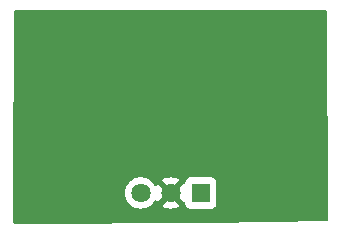
<source format=gbr>
%TF.GenerationSoftware,KiCad,Pcbnew,(7.0.0)*%
%TF.CreationDate,2023-11-20T19:32:08-05:00*%
%TF.ProjectId,4272MAVproxS_R1,34323732-4d41-4567-9072-6f78535f5231,rev?*%
%TF.SameCoordinates,Original*%
%TF.FileFunction,Copper,L2,Bot*%
%TF.FilePolarity,Positive*%
%FSLAX46Y46*%
G04 Gerber Fmt 4.6, Leading zero omitted, Abs format (unit mm)*
G04 Created by KiCad (PCBNEW (7.0.0)) date 2023-11-20 19:32:08*
%MOMM*%
%LPD*%
G01*
G04 APERTURE LIST*
%TA.AperFunction,ComponentPad*%
%ADD10R,1.635000X1.635000*%
%TD*%
%TA.AperFunction,ComponentPad*%
%ADD11C,1.635000*%
%TD*%
%TA.AperFunction,ViaPad*%
%ADD12C,0.800000*%
%TD*%
G04 APERTURE END LIST*
D10*
%TO.P,P1,1*%
%TO.N,GND*%
X154864999Y-63674999D03*
D11*
%TO.P,P1,2*%
%TO.N,+3.3V*%
X152325000Y-63675000D03*
%TO.P,P1,3*%
%TO.N,Net-(Q1-G)*%
X149785000Y-63675000D03*
%TD*%
D12*
%TO.N,+3.3V*%
X154365000Y-56875000D03*
X150458750Y-52668750D03*
X149565000Y-58375000D03*
X160765000Y-60575000D03*
%TD*%
%TA.AperFunction,Conductor*%
%TO.N,+3.3V*%
G36*
X165503491Y-48191498D02*
G01*
X165548846Y-48236600D01*
X165565689Y-48298307D01*
X165664310Y-65951535D01*
X165648132Y-66013472D01*
X165603219Y-66059087D01*
X165541540Y-66076222D01*
X155565284Y-66174997D01*
X155564803Y-66175001D01*
X139090438Y-66274244D01*
X139027925Y-66257768D01*
X138982200Y-66212066D01*
X138965693Y-66149561D01*
X138972070Y-64995317D01*
X138979364Y-63675000D01*
X148453935Y-63675000D01*
X148474157Y-63906137D01*
X148475554Y-63911352D01*
X148475556Y-63911361D01*
X148532805Y-64125018D01*
X148532808Y-64125026D01*
X148534208Y-64130251D01*
X148536496Y-64135159D01*
X148536497Y-64135160D01*
X148629977Y-64335630D01*
X148629978Y-64335631D01*
X148632264Y-64340533D01*
X148635363Y-64344960D01*
X148635365Y-64344962D01*
X148762239Y-64526157D01*
X148762242Y-64526161D01*
X148765345Y-64530592D01*
X148929408Y-64694655D01*
X149119467Y-64827736D01*
X149329749Y-64925792D01*
X149334980Y-64927193D01*
X149334981Y-64927194D01*
X149524264Y-64977912D01*
X149553863Y-64985843D01*
X149785000Y-65006065D01*
X150016137Y-64985843D01*
X150240251Y-64925792D01*
X150450533Y-64827736D01*
X150538318Y-64766268D01*
X151590651Y-64766268D01*
X151598084Y-64774379D01*
X151659293Y-64817238D01*
X151668643Y-64822636D01*
X151867757Y-64915485D01*
X151877899Y-64919177D01*
X152090120Y-64976040D01*
X152100735Y-64977912D01*
X152319605Y-64997061D01*
X152330395Y-64997061D01*
X152549264Y-64977912D01*
X152559879Y-64976040D01*
X152772100Y-64919177D01*
X152782242Y-64915485D01*
X152981364Y-64822633D01*
X152990696Y-64817245D01*
X153051916Y-64774378D01*
X153059347Y-64766269D01*
X153053433Y-64756986D01*
X152336542Y-64040095D01*
X152325000Y-64033431D01*
X152313457Y-64040095D01*
X151596562Y-64756989D01*
X151590651Y-64766268D01*
X150538318Y-64766268D01*
X150640592Y-64694655D01*
X150804655Y-64530592D01*
X150937736Y-64340533D01*
X150947307Y-64320007D01*
X150993063Y-64267832D01*
X151059688Y-64248412D01*
X151126314Y-64267832D01*
X151172072Y-64320008D01*
X151177366Y-64331361D01*
X151182761Y-64340706D01*
X151225619Y-64401914D01*
X151233730Y-64409347D01*
X151243009Y-64403436D01*
X151959904Y-63686542D01*
X151966568Y-63675000D01*
X152683431Y-63675000D01*
X152690095Y-63686542D01*
X153406986Y-64403433D01*
X153417622Y-64410209D01*
X153431185Y-64411995D01*
X153486123Y-64433359D01*
X153524989Y-64477677D01*
X153539000Y-64534934D01*
X153539000Y-64541138D01*
X153545511Y-64601701D01*
X153548217Y-64608958D01*
X153548219Y-64608963D01*
X153593511Y-64730394D01*
X153596611Y-64738704D01*
X153601925Y-64745803D01*
X153601926Y-64745804D01*
X153660937Y-64824634D01*
X153684239Y-64855761D01*
X153801296Y-64943389D01*
X153938299Y-64994489D01*
X153998862Y-65001000D01*
X155727828Y-65001000D01*
X155731138Y-65001000D01*
X155791701Y-64994489D01*
X155928704Y-64943389D01*
X156045761Y-64855761D01*
X156133389Y-64738704D01*
X156184489Y-64601701D01*
X156191000Y-64541138D01*
X156191000Y-62808862D01*
X156184489Y-62748299D01*
X156133389Y-62611296D01*
X156045761Y-62494239D01*
X155928704Y-62406611D01*
X155920396Y-62403512D01*
X155920394Y-62403511D01*
X155798963Y-62358219D01*
X155798958Y-62358217D01*
X155791701Y-62355511D01*
X155783997Y-62354682D01*
X155783994Y-62354682D01*
X155734424Y-62349353D01*
X155734418Y-62349352D01*
X155731138Y-62349000D01*
X153998862Y-62349000D01*
X153995582Y-62349352D01*
X153995575Y-62349353D01*
X153946005Y-62354682D01*
X153946000Y-62354682D01*
X153938299Y-62355511D01*
X153931043Y-62358217D01*
X153931036Y-62358219D01*
X153809605Y-62403511D01*
X153809599Y-62403513D01*
X153801296Y-62406611D01*
X153794198Y-62411923D01*
X153794195Y-62411926D01*
X153691335Y-62488926D01*
X153691331Y-62488929D01*
X153684239Y-62494239D01*
X153678929Y-62501331D01*
X153678926Y-62501335D01*
X153601926Y-62604195D01*
X153601923Y-62604198D01*
X153596611Y-62611296D01*
X153593513Y-62619599D01*
X153593511Y-62619605D01*
X153548219Y-62741036D01*
X153548217Y-62741043D01*
X153545511Y-62748299D01*
X153544682Y-62756000D01*
X153544682Y-62756005D01*
X153539353Y-62805575D01*
X153539000Y-62808862D01*
X153539000Y-62812172D01*
X153539000Y-62815066D01*
X153524989Y-62872323D01*
X153486123Y-62916641D01*
X153431185Y-62938005D01*
X153417621Y-62939790D01*
X153406985Y-62946566D01*
X152690095Y-63663457D01*
X152683431Y-63675000D01*
X151966568Y-63675000D01*
X151959904Y-63663457D01*
X151243010Y-62946563D01*
X151233731Y-62940652D01*
X151225620Y-62948085D01*
X151182761Y-63009294D01*
X151177359Y-63018650D01*
X151172070Y-63029994D01*
X151126313Y-63082169D01*
X151059688Y-63101588D01*
X150993064Y-63082168D01*
X150947307Y-63029993D01*
X150947303Y-63029986D01*
X150937736Y-63009468D01*
X150804655Y-62819408D01*
X150640592Y-62655345D01*
X150636161Y-62652242D01*
X150636157Y-62652239D01*
X150538317Y-62583731D01*
X151590652Y-62583731D01*
X151596563Y-62593010D01*
X152313457Y-63309904D01*
X152325000Y-63316568D01*
X152336542Y-63309904D01*
X153053436Y-62593009D01*
X153059347Y-62583730D01*
X153051914Y-62575619D01*
X152990706Y-62532761D01*
X152981356Y-62527363D01*
X152782242Y-62434514D01*
X152772100Y-62430822D01*
X152559879Y-62373959D01*
X152549264Y-62372087D01*
X152330395Y-62352939D01*
X152319605Y-62352939D01*
X152100735Y-62372087D01*
X152090120Y-62373959D01*
X151877899Y-62430822D01*
X151867757Y-62434514D01*
X151668644Y-62527363D01*
X151659294Y-62532761D01*
X151598085Y-62575620D01*
X151590652Y-62583731D01*
X150538317Y-62583731D01*
X150454962Y-62525365D01*
X150454960Y-62525363D01*
X150450533Y-62522264D01*
X150445636Y-62519980D01*
X150445630Y-62519977D01*
X150245160Y-62426497D01*
X150245159Y-62426496D01*
X150240251Y-62424208D01*
X150235026Y-62422808D01*
X150235018Y-62422805D01*
X150021361Y-62365556D01*
X150021352Y-62365554D01*
X150016137Y-62364157D01*
X150010749Y-62363685D01*
X150010746Y-62363685D01*
X149790395Y-62344407D01*
X149785000Y-62343935D01*
X149779605Y-62344407D01*
X149559253Y-62363685D01*
X149559248Y-62363685D01*
X149553863Y-62364157D01*
X149548649Y-62365554D01*
X149548638Y-62365556D01*
X149334981Y-62422805D01*
X149334969Y-62422809D01*
X149329749Y-62424208D01*
X149324844Y-62426494D01*
X149324839Y-62426497D01*
X149124378Y-62519974D01*
X149124374Y-62519976D01*
X149119468Y-62522264D01*
X149115035Y-62525367D01*
X149115028Y-62525372D01*
X148933843Y-62652239D01*
X148933838Y-62652242D01*
X148929408Y-62655345D01*
X148925584Y-62659168D01*
X148925578Y-62659174D01*
X148769174Y-62815578D01*
X148769168Y-62815584D01*
X148765345Y-62819408D01*
X148762242Y-62823838D01*
X148762239Y-62823843D01*
X148635372Y-63005028D01*
X148635367Y-63005035D01*
X148632264Y-63009468D01*
X148629976Y-63014374D01*
X148629974Y-63014378D01*
X148536497Y-63214839D01*
X148536494Y-63214844D01*
X148534208Y-63219749D01*
X148532809Y-63224969D01*
X148532805Y-63224981D01*
X148475556Y-63438638D01*
X148475554Y-63438649D01*
X148474157Y-63443863D01*
X148453935Y-63675000D01*
X138979364Y-63675000D01*
X139064220Y-48315930D01*
X139081002Y-48254323D01*
X139126218Y-48209232D01*
X139187870Y-48192620D01*
X145556388Y-48175000D01*
X165441691Y-48175000D01*
X165503491Y-48191498D01*
G37*
%TD.AperFunction*%
%TD*%
M02*

</source>
